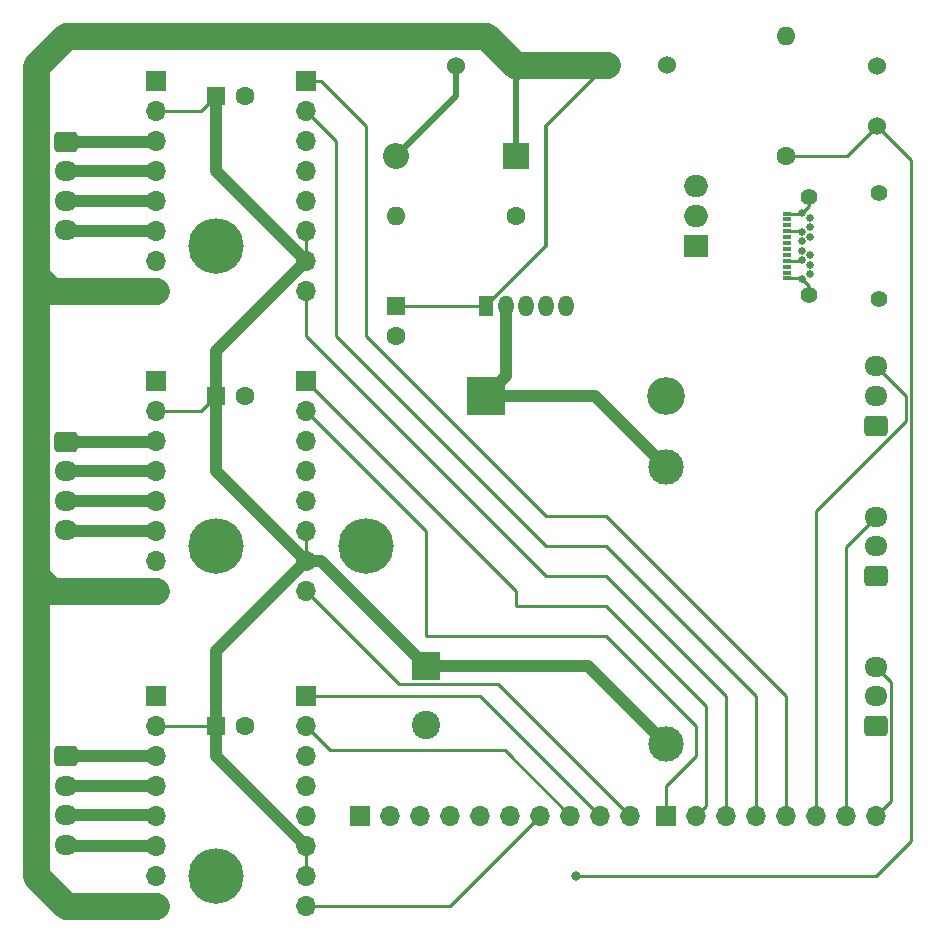
<source format=gbr>
%TF.GenerationSoftware,KiCad,Pcbnew,(6.0.2)*%
%TF.CreationDate,2022-02-25T10:45:33+01:00*%
%TF.ProjectId,CNC_interface,434e435f-696e-4746-9572-666163652e6b,rev?*%
%TF.SameCoordinates,Original*%
%TF.FileFunction,Copper,L1,Top*%
%TF.FilePolarity,Positive*%
%FSLAX46Y46*%
G04 Gerber Fmt 4.6, Leading zero omitted, Abs format (unit mm)*
G04 Created by KiCad (PCBNEW (6.0.2)) date 2022-02-25 10:45:33*
%MOMM*%
%LPD*%
G01*
G04 APERTURE LIST*
G04 Aperture macros list*
%AMRoundRect*
0 Rectangle with rounded corners*
0 $1 Rounding radius*
0 $2 $3 $4 $5 $6 $7 $8 $9 X,Y pos of 4 corners*
0 Add a 4 corners polygon primitive as box body*
4,1,4,$2,$3,$4,$5,$6,$7,$8,$9,$2,$3,0*
0 Add four circle primitives for the rounded corners*
1,1,$1+$1,$2,$3*
1,1,$1+$1,$4,$5*
1,1,$1+$1,$6,$7*
1,1,$1+$1,$8,$9*
0 Add four rect primitives between the rounded corners*
20,1,$1+$1,$2,$3,$4,$5,0*
20,1,$1+$1,$4,$5,$6,$7,0*
20,1,$1+$1,$6,$7,$8,$9,0*
20,1,$1+$1,$8,$9,$2,$3,0*%
G04 Aperture macros list end*
%TA.AperFunction,ComponentPad*%
%ADD10C,4.700000*%
%TD*%
%TA.AperFunction,ComponentPad*%
%ADD11R,2.200000X2.200000*%
%TD*%
%TA.AperFunction,ComponentPad*%
%ADD12O,2.200000X2.200000*%
%TD*%
%TA.AperFunction,ComponentPad*%
%ADD13RoundRect,0.250000X-0.725000X0.600000X-0.725000X-0.600000X0.725000X-0.600000X0.725000X0.600000X0*%
%TD*%
%TA.AperFunction,ComponentPad*%
%ADD14O,1.950000X1.700000*%
%TD*%
%TA.AperFunction,ComponentPad*%
%ADD15C,1.524000*%
%TD*%
%TA.AperFunction,ComponentPad*%
%ADD16R,1.700000X1.700000*%
%TD*%
%TA.AperFunction,ComponentPad*%
%ADD17O,1.700000X1.700000*%
%TD*%
%TA.AperFunction,ComponentPad*%
%ADD18RoundRect,0.250000X0.725000X-0.600000X0.725000X0.600000X-0.725000X0.600000X-0.725000X-0.600000X0*%
%TD*%
%TA.AperFunction,ComponentPad*%
%ADD19R,2.000000X1.905000*%
%TD*%
%TA.AperFunction,ComponentPad*%
%ADD20O,2.000000X1.905000*%
%TD*%
%TA.AperFunction,ComponentPad*%
%ADD21R,1.600000X1.600000*%
%TD*%
%TA.AperFunction,ComponentPad*%
%ADD22C,1.600000*%
%TD*%
%TA.AperFunction,ComponentPad*%
%ADD23R,1.275000X1.800000*%
%TD*%
%TA.AperFunction,ComponentPad*%
%ADD24O,1.275000X1.800000*%
%TD*%
%TA.AperFunction,ComponentPad*%
%ADD25R,2.400000X2.400000*%
%TD*%
%TA.AperFunction,ComponentPad*%
%ADD26C,2.400000*%
%TD*%
%TA.AperFunction,ComponentPad*%
%ADD27O,3.200000X3.200000*%
%TD*%
%TA.AperFunction,ComponentPad*%
%ADD28R,3.200000X3.200000*%
%TD*%
%TA.AperFunction,ComponentPad*%
%ADD29O,1.600000X1.600000*%
%TD*%
%TA.AperFunction,SMDPad,CuDef*%
%ADD30R,0.700000X0.300000*%
%TD*%
%TA.AperFunction,ComponentPad*%
%ADD31C,0.650000*%
%TD*%
%TA.AperFunction,ComponentPad*%
%ADD32C,1.400000*%
%TD*%
%TA.AperFunction,ComponentPad*%
%ADD33C,3.000000*%
%TD*%
%TA.AperFunction,ViaPad*%
%ADD34C,0.800000*%
%TD*%
%TA.AperFunction,Conductor*%
%ADD35C,0.500000*%
%TD*%
%TA.AperFunction,Conductor*%
%ADD36C,1.000000*%
%TD*%
%TA.AperFunction,Conductor*%
%ADD37C,0.250000*%
%TD*%
%TA.AperFunction,Conductor*%
%ADD38C,2.300000*%
%TD*%
%TA.AperFunction,Conductor*%
%ADD39C,0.350000*%
%TD*%
G04 APERTURE END LIST*
D10*
%TO.P,2M2.5,1*%
%TO.N,N/C*%
X132080000Y-101600000D03*
%TD*%
%TO.P,1M2.5,1*%
%TO.N,N/C*%
X132080000Y-76200000D03*
%TD*%
%TO.P,3M2.5,1*%
%TO.N,N/C*%
X132080000Y-129540000D03*
%TD*%
%TO.P,4M2.5,1*%
%TO.N,N/C*%
X144780000Y-101600000D03*
%TD*%
D11*
%TO.P,D1,1,K*%
%TO.N,+12V*%
X157480000Y-68580000D03*
D12*
%TO.P,D1,2,A*%
%TO.N,DC-*%
X147320000Y-68580000D03*
%TD*%
D13*
%TO.P,J1,1,Pin_1*%
%TO.N,OB2x*%
X119380000Y-119380000D03*
D14*
%TO.P,J1,2,Pin_2*%
%TO.N,OB1x*%
X119380000Y-121880000D03*
%TO.P,J1,3,Pin_3*%
%TO.N,OA1x*%
X119380000Y-124380000D03*
%TO.P,J1,4,Pin_4*%
%TO.N,OA2x*%
X119380000Y-126880000D03*
%TD*%
D13*
%TO.P,J2,1,Pin_1*%
%TO.N,OB2y*%
X119380000Y-92770000D03*
D14*
%TO.P,J2,2,Pin_2*%
%TO.N,OB1y*%
X119380000Y-95270000D03*
%TO.P,J2,3,Pin_3*%
%TO.N,OA1y*%
X119380000Y-97770000D03*
%TO.P,J2,4,Pin_4*%
%TO.N,OA2y*%
X119380000Y-100270000D03*
%TD*%
D13*
%TO.P,J3,1,Pin_1*%
%TO.N,OB2z*%
X119380000Y-67370000D03*
D14*
%TO.P,J3,2,Pin_2*%
%TO.N,OB1z*%
X119380000Y-69870000D03*
%TO.P,J3,3,Pin_3*%
%TO.N,OA1z*%
X119380000Y-72370000D03*
%TO.P,J3,4,Pin_4*%
%TO.N,OA2z*%
X119380000Y-74870000D03*
%TD*%
D15*
%TO.P,J6,1,Pin_1*%
%TO.N,+12V*%
X157480000Y-60960000D03*
%TO.P,J6,2,Pin_2*%
%TO.N,DC-*%
X152400000Y-60960000D03*
%TD*%
D16*
%TO.P,J8,1,Pin_1*%
%TO.N,GND*%
X127025000Y-114300000D03*
D17*
%TO.P,J8,2,Pin_2*%
%TO.N,+5V*%
X127025000Y-116840000D03*
%TO.P,J8,3,Pin_3*%
%TO.N,OB2x*%
X127025000Y-119380000D03*
%TO.P,J8,4,Pin_4*%
%TO.N,OB1x*%
X127025000Y-121920000D03*
%TO.P,J8,5,Pin_5*%
%TO.N,OA1x*%
X127025000Y-124460000D03*
%TO.P,J8,6,Pin_6*%
%TO.N,OA2x*%
X127025000Y-127000000D03*
%TO.P,J8,7,Pin_7*%
%TO.N,GND*%
X127025000Y-129540000D03*
%TO.P,J8,8,Pin_8*%
%TO.N,+12V*%
X127025000Y-132080000D03*
%TD*%
D16*
%TO.P,J9,1,Pin_1*%
%TO.N,DIRx*%
X139725000Y-114300000D03*
D17*
%TO.P,J9,2,Pin_2*%
%TO.N,STEPx*%
X139725000Y-116840000D03*
%TO.P,J9,3,Pin_3*%
%TO.N,unconnected-(J9-Pad3)*%
X139725000Y-119380000D03*
%TO.P,J9,4,Pin_4*%
%TO.N,unconnected-(J9-Pad4)*%
X139725000Y-121920000D03*
%TO.P,J9,5,Pin_5*%
%TO.N,unconnected-(J9-Pad5)*%
X139725000Y-124460000D03*
%TO.P,J9,6,Pin_6*%
%TO.N,+5V*%
X139725000Y-127000000D03*
%TO.P,J9,7,Pin_7*%
X139725000Y-129540000D03*
%TO.P,J9,8,Pin_8*%
%TO.N,ENx*%
X139725000Y-132080000D03*
%TD*%
D16*
%TO.P,J10,1,Pin_1*%
%TO.N,GND*%
X127025000Y-87645000D03*
D17*
%TO.P,J10,2,Pin_2*%
%TO.N,+5V*%
X127025000Y-90185000D03*
%TO.P,J10,3,Pin_3*%
%TO.N,OB2y*%
X127025000Y-92725000D03*
%TO.P,J10,4,Pin_4*%
%TO.N,OB1y*%
X127025000Y-95265000D03*
%TO.P,J10,5,Pin_5*%
%TO.N,OA1y*%
X127025000Y-97805000D03*
%TO.P,J10,6,Pin_6*%
%TO.N,OA2y*%
X127025000Y-100345000D03*
%TO.P,J10,7,Pin_7*%
%TO.N,GND*%
X127025000Y-102885000D03*
%TO.P,J10,8,Pin_8*%
%TO.N,+12V*%
X127025000Y-105425000D03*
%TD*%
D16*
%TO.P,J11,1,Pin_1*%
%TO.N,DIRy*%
X139725000Y-87645000D03*
D17*
%TO.P,J11,2,Pin_2*%
%TO.N,STEPy*%
X139725000Y-90185000D03*
%TO.P,J11,3,Pin_3*%
%TO.N,unconnected-(J11-Pad3)*%
X139725000Y-92725000D03*
%TO.P,J11,4,Pin_4*%
%TO.N,unconnected-(J11-Pad4)*%
X139725000Y-95265000D03*
%TO.P,J11,5,Pin_5*%
%TO.N,unconnected-(J11-Pad5)*%
X139725000Y-97805000D03*
%TO.P,J11,6,Pin_6*%
%TO.N,+5V*%
X139725000Y-100345000D03*
%TO.P,J11,7,Pin_7*%
X139725000Y-102885000D03*
%TO.P,J11,8,Pin_8*%
%TO.N,ENy*%
X139725000Y-105425000D03*
%TD*%
D16*
%TO.P,J12,1,Pin_1*%
%TO.N,GND*%
X127025000Y-62245000D03*
D17*
%TO.P,J12,2,Pin_2*%
%TO.N,+5V*%
X127025000Y-64785000D03*
%TO.P,J12,3,Pin_3*%
%TO.N,OB2z*%
X127025000Y-67325000D03*
%TO.P,J12,4,Pin_4*%
%TO.N,OB1z*%
X127025000Y-69865000D03*
%TO.P,J12,5,Pin_5*%
%TO.N,OA1z*%
X127025000Y-72405000D03*
%TO.P,J12,6,Pin_6*%
%TO.N,OA2z*%
X127025000Y-74945000D03*
%TO.P,J12,7,Pin_7*%
%TO.N,GND*%
X127025000Y-77485000D03*
%TO.P,J12,8,Pin_8*%
%TO.N,+12V*%
X127025000Y-80025000D03*
%TD*%
D16*
%TO.P,J13,1,Pin_1*%
%TO.N,DIRz*%
X139725000Y-62245000D03*
D17*
%TO.P,J13,2,Pin_2*%
%TO.N,STEPz*%
X139725000Y-64785000D03*
%TO.P,J13,3,Pin_3*%
%TO.N,unconnected-(J13-Pad3)*%
X139725000Y-67325000D03*
%TO.P,J13,4,Pin_4*%
%TO.N,unconnected-(J13-Pad4)*%
X139725000Y-69865000D03*
%TO.P,J13,5,Pin_5*%
%TO.N,unconnected-(J13-Pad5)*%
X139725000Y-72405000D03*
%TO.P,J13,6,Pin_6*%
%TO.N,+5V*%
X139725000Y-74945000D03*
%TO.P,J13,7,Pin_7*%
X139725000Y-77485000D03*
%TO.P,J13,8,Pin_8*%
%TO.N,ENz*%
X139725000Y-80025000D03*
%TD*%
D18*
%TO.P,J14,1,Pin_1*%
%TO.N,+5V*%
X187960000Y-91400000D03*
D14*
%TO.P,J14,2,Pin_2*%
%TO.N,GND*%
X187960000Y-88900000D03*
%TO.P,J14,3,Pin_3*%
%TO.N,Lx*%
X187960000Y-86400000D03*
%TD*%
D18*
%TO.P,J15,1,Pin_1*%
%TO.N,+5V*%
X187960000Y-104140000D03*
D14*
%TO.P,J15,2,Pin_2*%
%TO.N,GND*%
X187960000Y-101640000D03*
%TO.P,J15,3,Pin_3*%
%TO.N,Ly*%
X187960000Y-99140000D03*
%TD*%
D18*
%TO.P,J16,1,Pin_1*%
%TO.N,+5V*%
X187960000Y-116840000D03*
D14*
%TO.P,J16,2,Pin_2*%
%TO.N,GND*%
X187960000Y-114340000D03*
%TO.P,J16,3,Pin_3*%
%TO.N,Lz*%
X187960000Y-111840000D03*
%TD*%
D19*
%TO.P,Q1,1,G*%
%TO.N,DCtrl*%
X172720000Y-76200000D03*
D20*
%TO.P,Q1,2,D*%
%TO.N,DC-*%
X172720000Y-73660000D03*
%TO.P,Q1,3,S*%
%TO.N,GND*%
X172720000Y-71120000D03*
%TD*%
D15*
%TO.P,J5,1,Pin_1*%
%TO.N,+12V*%
X165195000Y-60865000D03*
%TO.P,J5,2,Pin_2*%
%TO.N,GND*%
X170275000Y-60865000D03*
%TD*%
D16*
%TO.P,J18,1,Pin_1*%
%TO.N,CONT*%
X144320000Y-124460000D03*
D17*
%TO.P,J18,2,Pin_2*%
%TO.N,16*%
X146860000Y-124460000D03*
%TO.P,J18,3,Pin_3*%
%TO.N,AREF*%
X149400000Y-124460000D03*
%TO.P,J18,4,Pin_4*%
%TO.N,GND*%
X151940000Y-124460000D03*
%TO.P,J18,5,Pin_5*%
%TO.N,13*%
X154480000Y-124460000D03*
%TO.P,J18,6,Pin_6*%
%TO.N,DCtrl*%
X157020000Y-124460000D03*
%TO.P,J18,7,Pin_7*%
%TO.N,ENx*%
X159560000Y-124460000D03*
%TO.P,J18,8,Pin_8*%
%TO.N,STEPx*%
X162100000Y-124460000D03*
%TO.P,J18,9,Pin_9*%
%TO.N,DIRx*%
X164640000Y-124460000D03*
%TO.P,J18,10,Pin_10*%
%TO.N,ENy*%
X167180000Y-124460000D03*
%TD*%
D21*
%TO.P,C4,1*%
%TO.N,+5V*%
X132080000Y-88900000D03*
D22*
%TO.P,C4,2*%
%TO.N,GND*%
X134580000Y-88900000D03*
%TD*%
D16*
%TO.P,J17,1,Pin_1*%
%TO.N,STEPy*%
X170180000Y-124460000D03*
D17*
%TO.P,J17,2,Pin_2*%
%TO.N,DIRy*%
X172720000Y-124460000D03*
%TO.P,J17,3,Pin_3*%
%TO.N,ENz*%
X175260000Y-124460000D03*
%TO.P,J17,4,Pin_4*%
%TO.N,STEPz*%
X177800000Y-124460000D03*
%TO.P,J17,5,Pin_5*%
%TO.N,DIRz*%
X180340000Y-124460000D03*
%TO.P,J17,6,Pin_6*%
%TO.N,Lx*%
X182880000Y-124460000D03*
%TO.P,J17,7,Pin_7*%
%TO.N,Ly*%
X185420000Y-124460000D03*
%TO.P,J17,8,Pin_8*%
%TO.N,Lz*%
X187960000Y-124460000D03*
%TD*%
D23*
%TO.P,U1,1,VIN*%
%TO.N,+12V*%
X154940000Y-81280000D03*
D24*
%TO.P,U1,2,OUT*%
%TO.N,Net-(D2-Pad1)*%
X156640000Y-81280000D03*
%TO.P,U1,3,GND*%
%TO.N,GND*%
X158340000Y-81280000D03*
%TO.P,U1,4,FB*%
%TO.N,+5V*%
X160040000Y-81280000D03*
%TO.P,U1,5,~{ON}/OFF*%
%TO.N,GND*%
X161740000Y-81280000D03*
%TD*%
D21*
%TO.P,C3,1*%
%TO.N,+5V*%
X132080000Y-116840000D03*
D22*
%TO.P,C3,2*%
%TO.N,GND*%
X134580000Y-116840000D03*
%TD*%
D25*
%TO.P,C2,1*%
%TO.N,+5V*%
X149860000Y-111760000D03*
D26*
%TO.P,C2,2*%
%TO.N,GND*%
X149860000Y-116760000D03*
%TD*%
D27*
%TO.P,D2,2,A*%
%TO.N,GND*%
X170180000Y-88900000D03*
D28*
%TO.P,D2,1,K*%
%TO.N,Net-(D2-Pad1)*%
X154940000Y-88900000D03*
%TD*%
D22*
%TO.P,R1,1*%
%TO.N,DCtrl*%
X157480000Y-73660000D03*
D29*
%TO.P,R1,2*%
%TO.N,GND*%
X147320000Y-73660000D03*
%TD*%
D21*
%TO.P,C5,1*%
%TO.N,+5V*%
X132080000Y-63500000D03*
D22*
%TO.P,C5,2*%
%TO.N,GND*%
X134580000Y-63500000D03*
%TD*%
D21*
%TO.P,C1,1*%
%TO.N,+12V*%
X147320000Y-81280000D03*
D22*
%TO.P,C1,2*%
%TO.N,GND*%
X147320000Y-83780000D03*
%TD*%
D30*
%TO.P,J19,A1,GND*%
%TO.N,GND*%
X180400000Y-78950000D03*
%TO.P,J19,A2,TX1+*%
%TO.N,unconnected-(J19-PadA2)*%
X180400000Y-78450000D03*
%TO.P,J19,A3,TX1-*%
%TO.N,unconnected-(J19-PadA3)*%
X180400000Y-77950000D03*
%TO.P,J19,A4,VBUS*%
%TO.N,+5V*%
X180400000Y-77450000D03*
%TO.P,J19,A5,CC1*%
%TO.N,unconnected-(J19-PadA5)*%
X180400000Y-76950000D03*
%TO.P,J19,A6,D+*%
%TO.N,unconnected-(J19-PadA6)*%
X180400000Y-76450000D03*
%TO.P,J19,A7,D-*%
%TO.N,unconnected-(J19-PadA7)*%
X180400000Y-75950000D03*
%TO.P,J19,A8,SBU1*%
%TO.N,unconnected-(J19-PadA8)*%
X180400000Y-75450000D03*
%TO.P,J19,A9,VBUS*%
%TO.N,+5V*%
X180400000Y-74950000D03*
%TO.P,J19,A10,RX2-*%
%TO.N,unconnected-(J19-PadA10)*%
X180400000Y-74450000D03*
%TO.P,J19,A11,RX2+*%
%TO.N,unconnected-(J19-PadA11)*%
X180400000Y-73950000D03*
%TO.P,J19,A12,GND*%
%TO.N,GND*%
X180400000Y-73450000D03*
D31*
%TO.P,J19,B1,GND*%
X181710000Y-73400000D03*
%TO.P,J19,B2,TX2+*%
%TO.N,unconnected-(J19-PadB2)*%
X182410000Y-73800000D03*
%TO.P,J19,B3,TX2-*%
%TO.N,unconnected-(J19-PadB3)*%
X182410000Y-74600000D03*
%TO.P,J19,B4,VBUS*%
%TO.N,+5V*%
X181710000Y-75000000D03*
%TO.P,J19,B5,CC2*%
%TO.N,unconnected-(J19-PadB5)*%
X182410000Y-75400000D03*
%TO.P,J19,B6,D+*%
%TO.N,unconnected-(J19-PadB6)*%
X181710000Y-75800000D03*
%TO.P,J19,B7,D-*%
%TO.N,unconnected-(J19-PadB7)*%
X181710000Y-76600000D03*
%TO.P,J19,B8,SBU2*%
%TO.N,unconnected-(J19-PadB8)*%
X182410000Y-77000000D03*
%TO.P,J19,B9,VBUS*%
%TO.N,+5V*%
X181710000Y-77400000D03*
%TO.P,J19,B10,RX1-*%
%TO.N,unconnected-(J19-PadB10)*%
X182410000Y-77800000D03*
%TO.P,J19,B11,RX1+*%
%TO.N,unconnected-(J19-PadB11)*%
X182410000Y-78600000D03*
%TO.P,J19,B12,GND*%
%TO.N,GND*%
X181710000Y-79000000D03*
D32*
%TO.P,J19,S1,SHIELD*%
X182310000Y-80330000D03*
X188260000Y-71710000D03*
X182310000Y-72070000D03*
X188260000Y-80690000D03*
%TD*%
D22*
%TO.P,R2,1*%
%TO.N,CONT*%
X180340000Y-68580000D03*
D29*
%TO.P,R2,2*%
%TO.N,GND*%
X180340000Y-58420000D03*
%TD*%
D15*
%TO.P,J4,1,Pin_1*%
%TO.N,+5V*%
X188055000Y-60960000D03*
%TO.P,J4,2,Pin_2*%
%TO.N,CONT*%
X188055000Y-66040000D03*
%TD*%
D33*
%TO.P,L1,1,1*%
%TO.N,+5V*%
X170180000Y-118380000D03*
%TO.P,L1,2,2*%
%TO.N,Net-(D2-Pad1)*%
X170180000Y-94880000D03*
%TD*%
D34*
%TO.N,CONT*%
X162560000Y-129540000D03*
%TD*%
D35*
%TO.N,DC-*%
X152400000Y-60960000D02*
X152400000Y-63500000D01*
X152400000Y-63500000D02*
X147320000Y-68580000D01*
D36*
%TO.N,+5V*%
X149860000Y-111760000D02*
X163560000Y-111760000D01*
X132080000Y-69840000D02*
X132080000Y-63500000D01*
D37*
X139725000Y-100345000D02*
X139725000Y-102885000D01*
X139725000Y-127000000D02*
X139725000Y-129540000D01*
X130795000Y-64785000D02*
X132080000Y-63500000D01*
D36*
X132080000Y-119355000D02*
X139725000Y-127000000D01*
D37*
X127025000Y-64785000D02*
X130795000Y-64785000D01*
X181660000Y-77450000D02*
X181710000Y-77400000D01*
X180400000Y-77450000D02*
X181660000Y-77450000D01*
D36*
X132080000Y-88900000D02*
X132080000Y-85130000D01*
X132080000Y-85130000D02*
X139725000Y-77485000D01*
D37*
X180400000Y-74950000D02*
X181660000Y-74950000D01*
D36*
X139725000Y-77485000D02*
X132080000Y-69840000D01*
D37*
X181660000Y-74950000D02*
X181710000Y-75000000D01*
X139725000Y-74945000D02*
X139725000Y-77485000D01*
D36*
X132080000Y-116840000D02*
X132080000Y-119355000D01*
D37*
X160040000Y-81280000D02*
X160040000Y-81542500D01*
D36*
X132080000Y-110530000D02*
X132080000Y-116840000D01*
D37*
X127025000Y-90185000D02*
X130795000Y-90185000D01*
D36*
X139725000Y-102885000D02*
X132080000Y-95240000D01*
X149860000Y-111760000D02*
X140985000Y-102885000D01*
X140985000Y-102885000D02*
X139725000Y-102885000D01*
D37*
X130795000Y-90185000D02*
X132080000Y-88900000D01*
X127025000Y-116840000D02*
X132080000Y-116840000D01*
D36*
X132080000Y-95240000D02*
X132080000Y-88900000D01*
X139725000Y-102885000D02*
X132080000Y-110530000D01*
X163560000Y-111760000D02*
X170180000Y-118380000D01*
%TO.N,OA2x*%
X119500000Y-127000000D02*
X119380000Y-126880000D01*
X127025000Y-127000000D02*
X119500000Y-127000000D01*
%TO.N,OA1x*%
X119380000Y-124380000D02*
X126945000Y-124380000D01*
X126945000Y-124380000D02*
X127025000Y-124460000D01*
%TO.N,OB1x*%
X127025000Y-121920000D02*
X119420000Y-121920000D01*
X119420000Y-121920000D02*
X119380000Y-121880000D01*
%TO.N,OB2x*%
X119380000Y-119380000D02*
X127025000Y-119380000D01*
D37*
%TO.N,ENx*%
X159560000Y-124460000D02*
X151940000Y-132080000D01*
X151940000Y-132080000D02*
X139725000Y-132080000D01*
%TO.N,STEPx*%
X141778501Y-118893501D02*
X139725000Y-116840000D01*
X162100000Y-124460000D02*
X156533501Y-118893501D01*
X156533501Y-118893501D02*
X141778501Y-118893501D01*
%TO.N,DIRx*%
X164640000Y-124460000D02*
X154480000Y-114300000D01*
X154480000Y-114300000D02*
X139725000Y-114300000D01*
D36*
%TO.N,OA2y*%
X127025000Y-100345000D02*
X119455000Y-100345000D01*
X119455000Y-100345000D02*
X119380000Y-100270000D01*
%TO.N,OA1y*%
X126990000Y-97770000D02*
X127025000Y-97805000D01*
X119380000Y-97770000D02*
X126990000Y-97770000D01*
%TO.N,OB1y*%
X127025000Y-95265000D02*
X119385000Y-95265000D01*
X119385000Y-95265000D02*
X119380000Y-95270000D01*
%TO.N,OB2y*%
X126980000Y-92770000D02*
X127025000Y-92725000D01*
X119380000Y-92770000D02*
X126980000Y-92770000D01*
D37*
%TO.N,ENy*%
X167180000Y-124460000D02*
X156004511Y-113284511D01*
X156004511Y-113284511D02*
X147584511Y-113284511D01*
X147584511Y-113284511D02*
X139725000Y-105425000D01*
%TO.N,GND*%
X181710000Y-79000000D02*
X182310000Y-79600000D01*
X181660000Y-73450000D02*
X181710000Y-73400000D01*
X182310000Y-79600000D02*
X182310000Y-80330000D01*
X180400000Y-73450000D02*
X181660000Y-73450000D01*
X182310000Y-72800000D02*
X182310000Y-72070000D01*
X181710000Y-73400000D02*
X182310000Y-72800000D01*
X180400000Y-78950000D02*
X181660000Y-78950000D01*
X181660000Y-78950000D02*
X181710000Y-79000000D01*
%TO.N,STEPy*%
X149860000Y-100320000D02*
X139725000Y-90185000D01*
X172720000Y-116840000D02*
X165100000Y-109220000D01*
X172720000Y-119380000D02*
X172720000Y-116840000D01*
X170180000Y-124460000D02*
X170180000Y-121920000D01*
X149860000Y-109220000D02*
X149860000Y-100320000D01*
X170180000Y-121920000D02*
X172720000Y-119380000D01*
X165100000Y-109220000D02*
X149860000Y-109220000D01*
%TO.N,DIRy*%
X173570000Y-115150000D02*
X165100000Y-106680000D01*
X157480000Y-105400000D02*
X139725000Y-87645000D01*
X173570000Y-123610000D02*
X173570000Y-115150000D01*
X157480000Y-106680000D02*
X157480000Y-105400000D01*
X172720000Y-124460000D02*
X173570000Y-123610000D01*
X165100000Y-106680000D02*
X157480000Y-106680000D01*
D36*
%TO.N,OA2z*%
X119455000Y-74945000D02*
X119380000Y-74870000D01*
X127025000Y-74945000D02*
X119455000Y-74945000D01*
%TO.N,OA1z*%
X119380000Y-72370000D02*
X126990000Y-72370000D01*
X126990000Y-72370000D02*
X127025000Y-72405000D01*
%TO.N,OB1z*%
X119385000Y-69865000D02*
X119380000Y-69870000D01*
X127025000Y-69865000D02*
X119385000Y-69865000D01*
%TO.N,OB2z*%
X119380000Y-67370000D02*
X126980000Y-67370000D01*
X126980000Y-67370000D02*
X127025000Y-67325000D01*
D37*
%TO.N,ENz*%
X165100000Y-104140000D02*
X160020000Y-104140000D01*
X160020000Y-104140000D02*
X139725000Y-83845000D01*
X139725000Y-83845000D02*
X139725000Y-80025000D01*
X175260000Y-114300000D02*
X165100000Y-104140000D01*
X175260000Y-124460000D02*
X175260000Y-114300000D01*
%TO.N,STEPz*%
X160020000Y-101600000D02*
X142240000Y-83820000D01*
X177800000Y-124460000D02*
X177800000Y-114300000D01*
X177800000Y-114300000D02*
X165100000Y-101600000D01*
X165100000Y-101600000D02*
X160020000Y-101600000D01*
X142240000Y-83820000D02*
X142240000Y-67300000D01*
X142240000Y-67300000D02*
X139725000Y-64785000D01*
%TO.N,DIRz*%
X160020000Y-99060000D02*
X144780000Y-83820000D01*
X140985000Y-62245000D02*
X139725000Y-62245000D01*
X180340000Y-124460000D02*
X180340000Y-114300000D01*
X165100000Y-99060000D02*
X160020000Y-99060000D01*
X144780000Y-66040000D02*
X140985000Y-62245000D01*
X144780000Y-83820000D02*
X144780000Y-66040000D01*
X180340000Y-114300000D02*
X165100000Y-99060000D01*
%TO.N,Lx*%
X182880000Y-98617493D02*
X190500000Y-90997493D01*
X190500000Y-88940000D02*
X187960000Y-86400000D01*
X182880000Y-124460000D02*
X182880000Y-98617493D01*
X190500000Y-90997493D02*
X190500000Y-88940000D01*
%TO.N,Ly*%
X185420000Y-124460000D02*
X185420000Y-101680000D01*
X185420000Y-101680000D02*
X187960000Y-99140000D01*
%TO.N,Lz*%
X189259520Y-123160480D02*
X189259520Y-113139520D01*
X187960000Y-124460000D02*
X189259520Y-123160480D01*
X189259520Y-113139520D02*
X187960000Y-111840000D01*
D36*
%TO.N,Net-(D2-Pad1)*%
X164200000Y-88900000D02*
X170180000Y-94880000D01*
X154940000Y-88900000D02*
X164200000Y-88900000D01*
X156640000Y-87200000D02*
X154940000Y-88900000D01*
X156640000Y-81280000D02*
X156640000Y-87200000D01*
D37*
%TO.N,CONT*%
X185515000Y-68580000D02*
X188055000Y-66040000D01*
X162560000Y-129540000D02*
X187960000Y-129540000D01*
X187960000Y-129540000D02*
X190949520Y-126550480D01*
X190949520Y-68934520D02*
X188055000Y-66040000D01*
X180340000Y-68580000D02*
X185515000Y-68580000D01*
X190949520Y-126550480D02*
X190949520Y-68934520D01*
D38*
%TO.N,+12V*%
X116840000Y-78740000D02*
X116840000Y-104140000D01*
X116840000Y-60960000D02*
X116840000Y-78740000D01*
X157480000Y-60960000D02*
X154940000Y-58420000D01*
X119380000Y-132080000D02*
X127025000Y-132080000D01*
X127025000Y-80025000D02*
X118125000Y-80025000D01*
X157575000Y-60865000D02*
X157480000Y-60960000D01*
X118125000Y-80025000D02*
X116840000Y-78740000D01*
X116840000Y-104140000D02*
X116840000Y-129540000D01*
X154940000Y-58420000D02*
X119380000Y-58420000D01*
D37*
X147320000Y-81280000D02*
X154940000Y-81280000D01*
D39*
X165195000Y-60865000D02*
X160020000Y-66040000D01*
D38*
X119380000Y-58420000D02*
X116840000Y-60960000D01*
X118125000Y-105425000D02*
X116840000Y-104140000D01*
X165195000Y-60865000D02*
X157575000Y-60865000D01*
D39*
X160020000Y-76200000D02*
X154940000Y-81280000D01*
D35*
X157480000Y-60960000D02*
X157480000Y-68580000D01*
D39*
X160020000Y-66040000D02*
X160020000Y-76200000D01*
D38*
X127025000Y-105425000D02*
X118125000Y-105425000D01*
X116840000Y-129540000D02*
X119380000Y-132080000D01*
%TD*%
M02*

</source>
